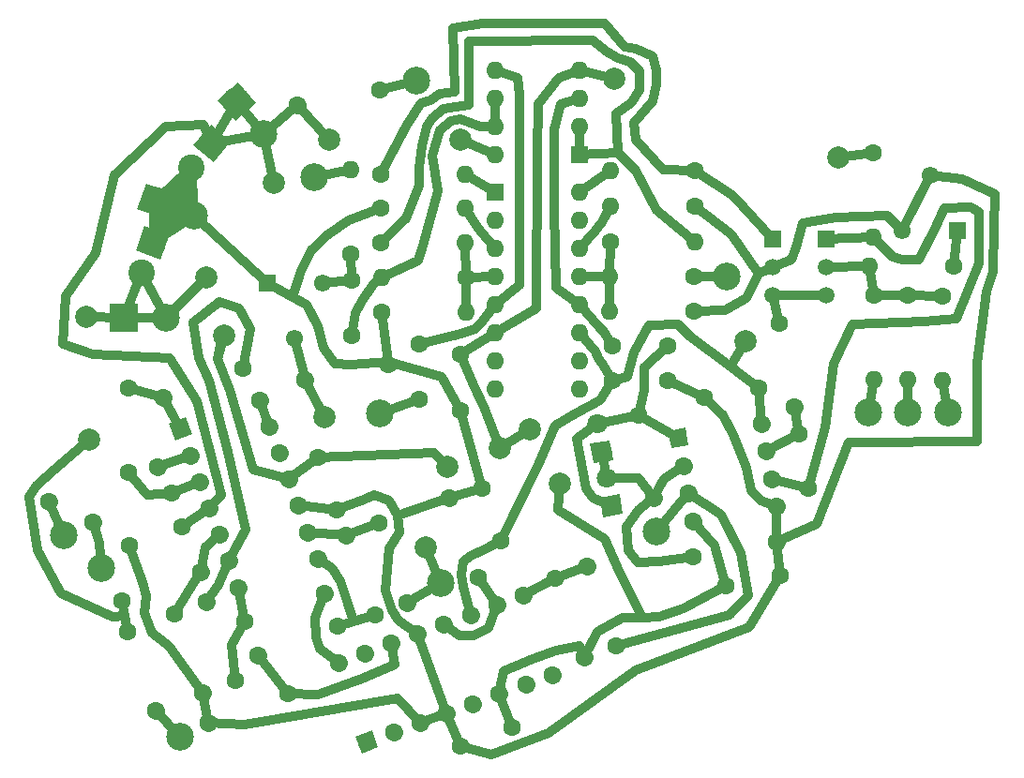
<source format=gbr>
G04 #@! TF.GenerationSoftware,KiCad,Pcbnew,(5.1.2-1)-1*
G04 #@! TF.CreationDate,2022-01-06T11:26:16-05:00*
G04 #@! TF.ProjectId,MS20_Filter_Clone,4d533230-5f46-4696-9c74-65725f436c6f,rev?*
G04 #@! TF.SameCoordinates,Original*
G04 #@! TF.FileFunction,Copper,L2,Bot*
G04 #@! TF.FilePolarity,Positive*
%FSLAX46Y46*%
G04 Gerber Fmt 4.6, Leading zero omitted, Abs format (unit mm)*
G04 Created by KiCad (PCBNEW (5.1.2-1)-1) date 2022-01-06 11:26:16*
%MOMM*%
%LPD*%
G04 APERTURE LIST*
%ADD10C,1.998980*%
%ADD11C,2.499360*%
%ADD12R,1.500000X1.500000*%
%ADD13C,1.500000*%
%ADD14C,1.600000*%
%ADD15C,2.400000*%
%ADD16C,0.100000*%
%ADD17C,1.800000*%
%ADD18R,2.499360X2.499360*%
%ADD19C,1.600000*%
%ADD20O,1.600000X1.600000*%
%ADD21C,1.550000*%
%ADD22R,1.550000X1.550000*%
%ADD23R,1.600000X1.600000*%
%ADD24C,0.812800*%
G04 APERTURE END LIST*
D10*
X35160000Y-28210000D03*
X77710000Y-42490000D03*
X40170000Y-24320000D03*
X52030000Y-24290000D03*
X86150000Y-25920000D03*
X65890000Y-18770000D03*
X18500000Y-51420000D03*
X18230000Y-40320000D03*
X29070000Y-36770000D03*
X30630000Y-41990000D03*
X39690000Y-49350000D03*
X48900000Y-61150000D03*
X61010000Y-55390000D03*
X58260000Y-50440000D03*
X55570000Y-52110000D03*
X50840000Y-53850000D03*
D11*
X26640000Y-78200000D03*
X16171947Y-60058077D03*
X48006026Y-18929523D03*
D12*
X80170000Y-33270000D03*
D13*
X80170000Y-38350000D03*
X80170000Y-35810000D03*
D12*
X84979999Y-33300001D03*
D13*
X84979999Y-38380001D03*
X84979999Y-35840001D03*
D14*
X83395550Y-55784887D03*
X82527309Y-50860848D03*
X42170000Y-37010000D03*
X42170000Y-42010000D03*
X65730000Y-42930000D03*
X70730000Y-42930000D03*
X48300000Y-47750000D03*
X48300000Y-42750000D03*
X22139892Y-60929471D03*
X26838355Y-59219370D03*
X55657931Y-60510351D03*
X53947830Y-55811888D03*
X74004755Y-47560635D03*
X78928794Y-46692394D03*
X65720000Y-46050000D03*
X70720000Y-46050000D03*
D15*
X29595517Y-24620431D03*
D16*
G36*
X29447609Y-22929833D02*
G01*
X31286115Y-24472523D01*
X29743425Y-26311029D01*
X27904919Y-24768339D01*
X29447609Y-22929833D01*
X29447609Y-22929833D01*
G37*
D15*
X27717935Y-26858047D03*
D14*
X75948203Y-64571595D03*
X80872242Y-63703354D03*
X51992225Y-79062954D03*
X56690688Y-77352853D03*
X39133301Y-53031049D03*
X40843402Y-57729512D03*
X52000000Y-48720000D03*
X52000000Y-43720000D03*
D15*
X23212853Y-36332063D03*
X24211894Y-33587220D03*
D16*
G36*
X23494687Y-32049165D02*
G01*
X25749949Y-32870013D01*
X24929101Y-35125275D01*
X22673839Y-34304427D01*
X23494687Y-32049165D01*
X23494687Y-32049165D01*
G37*
D17*
X65619986Y-57365595D03*
D16*
G36*
X66662596Y-58095639D02*
G01*
X64889942Y-58408205D01*
X64577376Y-56635551D01*
X66350030Y-56322985D01*
X66662596Y-58095639D01*
X66662596Y-58095639D01*
G37*
D17*
X65178920Y-54864183D03*
X64317625Y-49979537D03*
X64758691Y-52480949D03*
D16*
G36*
X65801301Y-53210993D02*
G01*
X64028647Y-53523559D01*
X63716081Y-51750905D01*
X65488735Y-51438339D01*
X65801301Y-53210993D01*
X65801301Y-53210993D01*
G37*
D11*
X95980000Y-48900001D03*
X92400000Y-48889999D03*
X76050000Y-36690000D03*
X38770000Y-27720000D03*
X88819999Y-48890001D03*
X44670000Y-49000000D03*
X31790000Y-20860000D03*
D16*
G36*
X30029411Y-20705968D02*
G01*
X31944032Y-19099411D01*
X33550589Y-21014032D01*
X31635968Y-22620589D01*
X30029411Y-20705968D01*
X30029411Y-20705968D01*
G37*
D11*
X34239021Y-23778629D03*
X19577434Y-63011441D03*
X27959999Y-31140000D03*
X24379770Y-29836903D03*
D16*
G36*
X22778039Y-30583802D02*
G01*
X23632871Y-28235172D01*
X25981501Y-29090004D01*
X25126669Y-31438634D01*
X22778039Y-30583802D01*
X22778039Y-30583802D01*
G37*
D18*
X21570000Y-40350000D03*
D11*
X25380000Y-40350000D03*
X69707670Y-59701260D03*
X50178347Y-64313858D03*
D14*
X80793157Y-40910816D03*
X82116356Y-48415051D03*
D19*
X82116356Y-48415051D02*
X82116356Y-48415051D01*
D14*
X65500000Y-33530000D03*
D20*
X73120000Y-33530000D03*
D14*
X95490000Y-38390001D03*
D20*
X95490000Y-46010001D03*
X44840000Y-36720000D03*
D14*
X52460000Y-36720000D03*
D20*
X65490000Y-36630000D03*
D14*
X73110000Y-36630000D03*
D20*
X52450000Y-33610000D03*
D14*
X44830000Y-33610000D03*
D20*
X92400000Y-46000001D03*
D14*
X92400000Y-38380001D03*
X42120000Y-34590000D03*
D20*
X42120000Y-26970000D03*
D14*
X73110000Y-39770000D03*
D20*
X65490000Y-39770000D03*
X65550000Y-30340000D03*
D14*
X73170000Y-30340000D03*
X73180000Y-27120000D03*
D20*
X65560000Y-27120000D03*
D14*
X96490001Y-35720000D03*
D20*
X88870001Y-35720000D03*
D14*
X44870000Y-39870000D03*
D20*
X52490000Y-39870000D03*
X52440000Y-30500000D03*
D14*
X44820000Y-30500000D03*
X44810000Y-27420000D03*
D20*
X52430000Y-27420000D03*
X89260000Y-33080000D03*
D14*
X89260000Y-25460000D03*
X89309997Y-38380000D03*
D20*
X89309997Y-46000000D03*
D14*
X37935765Y-45973199D03*
D19*
X37935765Y-45973199D02*
X37935765Y-45973199D01*
D14*
X45440000Y-44650000D03*
X69437567Y-56672144D03*
D19*
X69437567Y-56672144D02*
X69437567Y-56672144D01*
D14*
X68114368Y-49167909D03*
X73030133Y-61958615D03*
X80534368Y-60635416D03*
D19*
X80534368Y-60635416D02*
X80534368Y-60635416D01*
D14*
X24639372Y-53879429D03*
D19*
X24639372Y-53879429D02*
X24639372Y-53879429D01*
D14*
X22033179Y-46718971D03*
X31654207Y-73152524D03*
X29048014Y-65992066D03*
D19*
X29048014Y-65992066D02*
X29048014Y-65992066D01*
D14*
X32345615Y-44966205D03*
X25185157Y-47572398D03*
D19*
X25185157Y-47572398D02*
X25185157Y-47572398D01*
D14*
X18792757Y-58838136D03*
D19*
X18792757Y-58838136D02*
X18792757Y-58838136D01*
D14*
X25953215Y-56231943D03*
X32543738Y-67848410D03*
X39704196Y-65242217D03*
D19*
X39704196Y-65242217D02*
X39704196Y-65242217D01*
D14*
X63449502Y-62825071D03*
D19*
X63449502Y-62825071D02*
X63449502Y-62825071D01*
D14*
X66055695Y-69985529D03*
X28554261Y-63319781D03*
D19*
X28554261Y-63319781D02*
X28554261Y-63319781D01*
D14*
X21393803Y-65925974D03*
X28745442Y-74253795D03*
D19*
X28745442Y-74253795D02*
X28745442Y-74253795D01*
D14*
X26139249Y-67093337D03*
X63139226Y-71036395D03*
D19*
X63139226Y-71036395D02*
X63139226Y-71036395D01*
D14*
X60533033Y-63875937D03*
X44731206Y-19821744D03*
X37226971Y-21144943D03*
D19*
X37226971Y-21144943D02*
X37226971Y-21144943D01*
D14*
X40861018Y-68215894D03*
X33700560Y-70822087D03*
D19*
X33700560Y-70822087D02*
X33700560Y-70822087D01*
D14*
X36405630Y-74307070D03*
X29245172Y-76913263D03*
D19*
X29245172Y-76913263D02*
X29245172Y-76913263D01*
D14*
X14857035Y-56971670D03*
D19*
X14857035Y-56971670D02*
X14857035Y-56971670D01*
D14*
X22017493Y-54365477D03*
X51009943Y-56657714D03*
D19*
X51009943Y-56657714D02*
X51009943Y-56657714D01*
D14*
X53616136Y-63818172D03*
X41681352Y-60031760D03*
D19*
X41681352Y-60031760D02*
X41681352Y-60031760D01*
D14*
X44287545Y-67192218D03*
X21907610Y-68702538D03*
X24513803Y-75862996D03*
D19*
X24513803Y-75862996D02*
X24513803Y-75862996D01*
D14*
X44600375Y-58958681D03*
X47206568Y-66119139D03*
D19*
X47206568Y-66119139D02*
X47206568Y-66119139D01*
D21*
X94370000Y-27540001D03*
D22*
X96870000Y-32540001D03*
D21*
X91870000Y-32540001D03*
X39530000Y-37280000D03*
D22*
X34530000Y-37280000D03*
D21*
X37030000Y-42280000D03*
D14*
X71678417Y-51240507D03*
D16*
G36*
X71029489Y-52167272D02*
G01*
X70751652Y-50591579D01*
X72327345Y-50313742D01*
X72605182Y-51889435D01*
X71029489Y-52167272D01*
X71029489Y-52167272D01*
G37*
D14*
X80505851Y-57421543D03*
D19*
X80505851Y-57421543D02*
X80505851Y-57421543D01*
D14*
X72119483Y-53741919D03*
D19*
X72119483Y-53741919D02*
X72119483Y-53741919D01*
D14*
X80064785Y-54920131D03*
D19*
X80064785Y-54920131D02*
X80064785Y-54920131D01*
D14*
X72560550Y-56243330D03*
D19*
X72560550Y-56243330D02*
X72560550Y-56243330D01*
D14*
X79623718Y-52418720D03*
D19*
X79623718Y-52418720D02*
X79623718Y-52418720D01*
D14*
X73001616Y-58744742D03*
D19*
X73001616Y-58744742D02*
X73001616Y-58744742D01*
D14*
X79182652Y-49917308D03*
D19*
X79182652Y-49917308D02*
X79182652Y-49917308D01*
D20*
X62780000Y-29010000D03*
X55160000Y-46790000D03*
X62780000Y-31550000D03*
X55160000Y-44250000D03*
X62780000Y-34090000D03*
X55160000Y-41710000D03*
X62780000Y-36630000D03*
X55160000Y-39170000D03*
X62780000Y-39170000D03*
X55160000Y-36630000D03*
X62780000Y-41710000D03*
X55160000Y-34090000D03*
X62780000Y-44250000D03*
X55160000Y-31550000D03*
X62780000Y-46790000D03*
D23*
X55160000Y-29010000D03*
D20*
X55150000Y-25670000D03*
X62770000Y-18050000D03*
X55150000Y-23130000D03*
X62770000Y-20590000D03*
X55150000Y-20590000D03*
X62770000Y-23130000D03*
X55150000Y-18050000D03*
D23*
X62770000Y-25670000D03*
D14*
X26717857Y-50409270D03*
D16*
G36*
X26239719Y-51434640D02*
G01*
X25692487Y-49931132D01*
X27195995Y-49383900D01*
X27743227Y-50887408D01*
X26239719Y-51434640D01*
X26239719Y-51434640D01*
G37*
D14*
X39090702Y-62123992D03*
D19*
X39090702Y-62123992D02*
X39090702Y-62123992D01*
D14*
X27586588Y-52796089D03*
D19*
X27586588Y-52796089D02*
X27586588Y-52796089D01*
D14*
X38221971Y-59737173D03*
D19*
X38221971Y-59737173D02*
X38221971Y-59737173D01*
D14*
X28455319Y-55182909D03*
D19*
X28455319Y-55182909D02*
X28455319Y-55182909D01*
D14*
X37353239Y-57350354D03*
D19*
X37353239Y-57350354D02*
X37353239Y-57350354D01*
D14*
X29324050Y-57569728D03*
D19*
X29324050Y-57569728D02*
X29324050Y-57569728D01*
D14*
X36484508Y-54963534D03*
D19*
X36484508Y-54963534D02*
X36484508Y-54963534D01*
D14*
X30192782Y-59956547D03*
D19*
X30192782Y-59956547D02*
X30192782Y-59956547D01*
D14*
X35615777Y-52576715D03*
D19*
X35615777Y-52576715D02*
X35615777Y-52576715D01*
D14*
X31061513Y-62343366D03*
D19*
X31061513Y-62343366D02*
X31061513Y-62343366D01*
D14*
X34747046Y-50189896D03*
D19*
X34747046Y-50189896D02*
X34747046Y-50189896D01*
D14*
X31930244Y-64730186D03*
D19*
X31930244Y-64730186D02*
X31930244Y-64730186D01*
D14*
X33878315Y-47803077D03*
D19*
X33878315Y-47803077D02*
X33878315Y-47803077D01*
D14*
X43557898Y-78695505D03*
D16*
G36*
X44583268Y-79173643D02*
G01*
X43079760Y-79720875D01*
X42532528Y-78217367D01*
X44036036Y-77670135D01*
X44583268Y-79173643D01*
X44583268Y-79173643D01*
G37*
D14*
X57659439Y-65453929D03*
D19*
X57659439Y-65453929D02*
X57659439Y-65453929D01*
D14*
X45944717Y-77826774D03*
D19*
X45944717Y-77826774D02*
X45944717Y-77826774D01*
D14*
X55272620Y-66322660D03*
D19*
X55272620Y-66322660D02*
X55272620Y-66322660D01*
D14*
X48331537Y-76958043D03*
D19*
X48331537Y-76958043D02*
X48331537Y-76958043D01*
D14*
X52885801Y-67191391D03*
D19*
X52885801Y-67191391D02*
X52885801Y-67191391D01*
D14*
X50718356Y-76089312D03*
D19*
X50718356Y-76089312D02*
X50718356Y-76089312D01*
D14*
X50498982Y-68060123D03*
D19*
X50498982Y-68060123D02*
X50498982Y-68060123D01*
D14*
X53105175Y-75220580D03*
D19*
X53105175Y-75220580D02*
X53105175Y-75220580D01*
D14*
X48112162Y-68928854D03*
D19*
X48112162Y-68928854D02*
X48112162Y-68928854D01*
D14*
X55491994Y-74351849D03*
D19*
X55491994Y-74351849D02*
X55491994Y-74351849D01*
D14*
X45725343Y-69797585D03*
D19*
X45725343Y-69797585D02*
X45725343Y-69797585D01*
D14*
X57878814Y-73483118D03*
D19*
X57878814Y-73483118D02*
X57878814Y-73483118D01*
D14*
X43338524Y-70666316D03*
D19*
X43338524Y-70666316D02*
X43338524Y-70666316D01*
D14*
X60265633Y-72614387D03*
D19*
X60265633Y-72614387D02*
X60265633Y-72614387D01*
D14*
X40951705Y-71535047D03*
D19*
X40951705Y-71535047D02*
X40951705Y-71535047D01*
D24*
X84979999Y-33300001D02*
X89259998Y-33080001D01*
X83395550Y-55784886D02*
X80064785Y-54920130D01*
X83395550Y-55784887D02*
X84900000Y-50310000D01*
X84900000Y-50310000D02*
X85670000Y-44530000D01*
X85670000Y-44530000D02*
X87370000Y-40980000D01*
X87370000Y-40980000D02*
X93840000Y-40680000D01*
X93840000Y-40680000D02*
X96770000Y-40440000D01*
X96770000Y-40440000D02*
X98850000Y-35430000D01*
X98850000Y-35430000D02*
X98850000Y-30810000D01*
X94840000Y-32320000D02*
X93380000Y-35100000D01*
X93380000Y-35100000D02*
X91910000Y-35100000D01*
X91910000Y-35100000D02*
X90990000Y-34870000D01*
X90990000Y-34870000D02*
X89260000Y-33080000D01*
X95658582Y-30438582D02*
X98017062Y-30407062D01*
X98850000Y-30810000D02*
X98017062Y-30407062D01*
X95658582Y-30438582D02*
X94840000Y-32320000D01*
X79623718Y-52418718D02*
X82527309Y-50860848D01*
X82527309Y-50860848D02*
X82116358Y-48415051D01*
X39530000Y-37280000D02*
X42170000Y-37010000D01*
X42170000Y-37010000D02*
X42120000Y-34590000D01*
X42170000Y-42010000D02*
X42540000Y-39940000D01*
X42540000Y-39940000D02*
X43140000Y-38890000D01*
X43140000Y-38890000D02*
X44210000Y-37260000D01*
X44210000Y-37260000D02*
X44840000Y-36720000D01*
X55150000Y-23130000D02*
X55150000Y-20590000D01*
X49980000Y-28940000D02*
X48640000Y-33880000D01*
X48640000Y-33880000D02*
X48170434Y-35210434D01*
X48170434Y-35210434D02*
X44840000Y-36720000D01*
X49980000Y-28940000D02*
X49440000Y-25770000D01*
X49440000Y-25770000D02*
X50100000Y-23470000D01*
X50100000Y-23470000D02*
X51170000Y-22560000D01*
X51170000Y-22560000D02*
X52020000Y-22430000D01*
X52020000Y-22430000D02*
X53800000Y-23110000D01*
X53800000Y-23110000D02*
X55150000Y-23130000D01*
X62780000Y-39170000D02*
X64520000Y-41210000D01*
X64520000Y-41210000D02*
X64950000Y-41690000D01*
X64950000Y-41690000D02*
X65730000Y-42930000D01*
X62770000Y-20590000D02*
X61030000Y-21060000D01*
X61030000Y-21060000D02*
X60480000Y-23350000D01*
X60480000Y-23350000D02*
X60480000Y-30650000D01*
X60480000Y-30650000D02*
X60620000Y-37700000D01*
X60620000Y-37700000D02*
X62780000Y-39170000D01*
X71678417Y-51240507D02*
X68114368Y-49167909D01*
X68114368Y-49167909D02*
X64317624Y-49979537D01*
X62512975Y-51262401D02*
X64317624Y-49979537D01*
X63947694Y-56634884D02*
X63306547Y-55762972D01*
X63306547Y-55762972D02*
X62512975Y-51262401D01*
X65619986Y-57365595D02*
X63947694Y-56634884D01*
X68114368Y-49167909D02*
X68610000Y-46860000D01*
X68610000Y-46860000D02*
X68630000Y-44890000D01*
X68630000Y-44890000D02*
X70730000Y-42930000D01*
X44670000Y-49000000D02*
X48300000Y-47750000D01*
X48300000Y-42750000D02*
X51750000Y-41880000D01*
X51750000Y-41880000D02*
X53340000Y-41410000D01*
X53340000Y-41410000D02*
X54050000Y-40640000D01*
X54050000Y-40640000D02*
X55160000Y-39170000D01*
X55160000Y-39170000D02*
X57350000Y-37450000D01*
X57350000Y-37450000D02*
X57350000Y-20200000D01*
X57350000Y-20200000D02*
X57140000Y-18670000D01*
X57140000Y-18670000D02*
X55150000Y-18050000D01*
X40843402Y-57729512D02*
X37353239Y-57350352D01*
X48112162Y-68928853D02*
X50718356Y-76089311D01*
X48331536Y-76958042D02*
X50718356Y-76089311D01*
X29245172Y-76913263D02*
X28745444Y-74253795D01*
X28745444Y-74253795D02*
X25696695Y-69999992D01*
X25696695Y-69999992D02*
X24156809Y-68868422D01*
X24156809Y-68868422D02*
X23479609Y-67007831D01*
X23479609Y-67007831D02*
X23663713Y-65525466D01*
X23663713Y-65525466D02*
X23325009Y-64244029D01*
X23325009Y-64244029D02*
X22401555Y-61706859D01*
X22401555Y-61706859D02*
X22139893Y-60929471D01*
X48112162Y-68928853D02*
X46371486Y-67742663D01*
X46371486Y-67742663D02*
X45836379Y-66798756D01*
X45836379Y-66798756D02*
X45212175Y-65025294D01*
X45212175Y-65025294D02*
X45552780Y-61166059D01*
X45552780Y-61166059D02*
X46463972Y-59780877D01*
X46463972Y-59780877D02*
X46297764Y-58213180D01*
X46297764Y-58213180D02*
X45536130Y-56851558D01*
X45536130Y-56851558D02*
X44217728Y-56416224D01*
X44217728Y-56416224D02*
X43256685Y-56787299D01*
X43256685Y-56787299D02*
X41696795Y-57355052D01*
X41696795Y-57355052D02*
X40843402Y-57729512D01*
X91870001Y-32540000D02*
X94370000Y-27539998D01*
X51992225Y-79062954D02*
X50718356Y-76089311D01*
X53947829Y-55811887D02*
X51009943Y-56657714D01*
X52000000Y-48720000D02*
X50270000Y-45740000D01*
X50270000Y-45740000D02*
X45440000Y-44390000D01*
X45440000Y-44390000D02*
X44870000Y-39870000D01*
X38110000Y-39200000D02*
X39100000Y-41170000D01*
X39100000Y-41170000D02*
X39620000Y-43100000D01*
X39620000Y-43100000D02*
X40650000Y-44550000D01*
X40650000Y-44550000D02*
X42110000Y-44590000D01*
X42110000Y-44590000D02*
X45440000Y-44390000D01*
X44820000Y-30500000D02*
X41930000Y-31590000D01*
X41930000Y-31590000D02*
X40020000Y-32850000D01*
X40020000Y-32850000D02*
X38500000Y-34310000D01*
X38500000Y-34310000D02*
X37570000Y-36150000D01*
X37570000Y-36150000D02*
X36853745Y-38526255D01*
X36853745Y-38526255D02*
X38110000Y-39200000D01*
X34530000Y-37280000D02*
X36853745Y-38526255D01*
X80534368Y-60635416D02*
X80505851Y-57421543D01*
X80872242Y-63703354D02*
X80534368Y-60635416D01*
X80505851Y-57421543D02*
X79121436Y-56883773D01*
X79121436Y-56883773D02*
X78275811Y-55946373D01*
X78275811Y-55946373D02*
X77834673Y-53962842D01*
X77834673Y-53962842D02*
X76670154Y-50928967D01*
X76670154Y-50928967D02*
X75697196Y-49211832D01*
X75697196Y-49211832D02*
X74004756Y-47560636D01*
X53947830Y-55811888D02*
X52000000Y-48720000D01*
X73110000Y-39770000D02*
X75880000Y-39730000D01*
X75880000Y-39730000D02*
X77820000Y-38570000D01*
X77820000Y-38570000D02*
X78920000Y-36440000D01*
X78920000Y-36440000D02*
X80170000Y-35810000D01*
X73170000Y-30340000D02*
X76420000Y-32820000D01*
X76420000Y-32820000D02*
X78920000Y-36440000D01*
X91870000Y-32540001D02*
X90490000Y-31110000D01*
X90490000Y-31110000D02*
X85820000Y-31340000D01*
X85820000Y-31340000D02*
X82920000Y-31790000D01*
X82920000Y-31790000D02*
X82280000Y-34010000D01*
X82280000Y-34010000D02*
X81920000Y-35140000D01*
X81920000Y-35140000D02*
X80170000Y-35810000D01*
X48331537Y-76958043D02*
X46360000Y-74740000D01*
X46360000Y-74740000D02*
X32520000Y-77100000D01*
X32520000Y-77100000D02*
X29245172Y-76913263D01*
X51992225Y-79062954D02*
X54750000Y-79870000D01*
X54750000Y-79870000D02*
X59960000Y-77910000D01*
X59960000Y-77910000D02*
X67860000Y-72210000D01*
X67860000Y-72210000D02*
X78030000Y-68310000D01*
X78030000Y-68310000D02*
X80872242Y-63703354D01*
X51009943Y-56657714D02*
X46297764Y-58213180D01*
X34530000Y-37280000D02*
X27959999Y-31140000D01*
X24379770Y-29836903D02*
X24211894Y-33587220D01*
X24211894Y-33587220D02*
X27959999Y-31140000D01*
X24991338Y-32138662D02*
X25090000Y-32510000D01*
X24379770Y-29836903D02*
X24991338Y-32138662D01*
X27959999Y-31140000D02*
X25570000Y-31200000D01*
X24211894Y-33587220D02*
X25965821Y-30414179D01*
X27959999Y-31140000D02*
X25965821Y-30414179D01*
X25984712Y-28404712D02*
X24379770Y-29836903D01*
X27959999Y-31140000D02*
X25984712Y-28404712D01*
X27860477Y-29379523D02*
X27717935Y-26858047D01*
X27959999Y-31140000D02*
X27860477Y-29379523D01*
X26703390Y-27763390D02*
X25984712Y-28404712D01*
X27717935Y-26858047D02*
X26703390Y-27763390D01*
X27959999Y-31140000D02*
X27366034Y-29543966D01*
X27366034Y-29543966D02*
X27717935Y-26858047D01*
X27062270Y-28727730D02*
X25965821Y-30414179D01*
X27062270Y-28727730D02*
X26703390Y-27763390D01*
X27173469Y-29026531D02*
X27062270Y-28727730D01*
X26483203Y-31636797D02*
X27173469Y-29026531D01*
X27366034Y-29543966D02*
X27173469Y-29026531D01*
X27959999Y-31140000D02*
X26483203Y-31636797D01*
X26483203Y-31636797D02*
X24991338Y-32138662D01*
X26511515Y-28678485D02*
X25415956Y-30214044D01*
X25415956Y-30214044D02*
X24379770Y-29836903D01*
X25984712Y-28404712D02*
X26511515Y-28678485D01*
X25965821Y-30414179D02*
X25415956Y-30214044D01*
X26511515Y-28678485D02*
X27860477Y-29379523D01*
X74004755Y-47560635D02*
X70720000Y-46050000D01*
X80534368Y-60635416D02*
X84190000Y-59000000D01*
X84190000Y-59000000D02*
X87030000Y-51680000D01*
X87030000Y-51680000D02*
X98610000Y-51570000D01*
X98610000Y-51570000D02*
X98610000Y-44470000D01*
X98610000Y-44470000D02*
X99490000Y-38020000D01*
X100250000Y-29170000D02*
X97300000Y-27860000D01*
X97300000Y-27860000D02*
X94370000Y-27540001D01*
X100250000Y-29170000D02*
X100170000Y-32290000D01*
X100170000Y-32290000D02*
X100050000Y-36270000D01*
X100050000Y-36270000D02*
X99490000Y-38020000D01*
X26838355Y-59219370D02*
X29324050Y-57569727D01*
X52885800Y-67191391D02*
X52207564Y-64713954D01*
X52207564Y-64713954D02*
X52036347Y-63541826D01*
X52036347Y-63541826D02*
X52266676Y-62361890D01*
X52266676Y-62361890D02*
X52958559Y-61865303D01*
X52958559Y-61865303D02*
X54196362Y-61319004D01*
X54196362Y-61319004D02*
X55657931Y-60510351D01*
X62780000Y-41710000D02*
X64220000Y-43440000D01*
X64220000Y-43440000D02*
X64480000Y-44060000D01*
X64480000Y-44060000D02*
X64840000Y-44630000D01*
X64840000Y-44630000D02*
X65720000Y-46050000D01*
X79182651Y-49917307D02*
X78928794Y-46692394D01*
X55657931Y-60510351D02*
X59040000Y-53660000D01*
X59040000Y-53660000D02*
X60570000Y-50130000D01*
X60570000Y-50130000D02*
X62440000Y-48990000D01*
X62440000Y-48990000D02*
X64600000Y-47840000D01*
X64600000Y-47840000D02*
X65720000Y-46050000D01*
X34239021Y-23778629D02*
X29595517Y-24620431D01*
X29595517Y-24620431D02*
X31790000Y-20860000D01*
X31790000Y-20860000D02*
X34239021Y-23778629D01*
X34239021Y-23778629D02*
X37226971Y-21144943D01*
X29324050Y-57569728D02*
X30410000Y-56390000D01*
X30410000Y-56390000D02*
X28240000Y-47900000D01*
X28240000Y-47900000D02*
X25760000Y-44060000D01*
X19090000Y-34550000D02*
X20780000Y-27490000D01*
X20780000Y-27490000D02*
X25440000Y-23110000D01*
X25440000Y-23110000D02*
X28830000Y-22970000D01*
X28830000Y-22970000D02*
X29595517Y-24620431D01*
X72750000Y-42060000D02*
X71650000Y-40960000D01*
X71650000Y-40960000D02*
X69040000Y-41050000D01*
X69040000Y-41050000D02*
X67620000Y-43520000D01*
X67620000Y-43520000D02*
X67090000Y-45690000D01*
X67090000Y-45690000D02*
X65720000Y-46050000D01*
X19090000Y-34550000D02*
X16390000Y-38470000D01*
X16390000Y-38470000D02*
X16100000Y-42760000D01*
X16100000Y-42760000D02*
X18820000Y-43690000D01*
X18820000Y-43690000D02*
X25760000Y-44060000D01*
X40170000Y-24320000D02*
X37226971Y-21144943D01*
X52030000Y-24290000D02*
X55150000Y-25670000D01*
X35160000Y-28210000D02*
X34239021Y-23778629D01*
X76384857Y-44785143D02*
X77710000Y-42490000D01*
X78928794Y-46692394D02*
X76384857Y-44785143D01*
X76384857Y-44785143D02*
X72750000Y-42060000D01*
X36484508Y-54963534D02*
X39133302Y-53031050D01*
X56690689Y-77352853D02*
X55491994Y-74351848D01*
X55491994Y-74351848D02*
X55928813Y-72277339D01*
X55928813Y-72277339D02*
X58543681Y-71187263D01*
X58543681Y-71187263D02*
X60592211Y-70441659D01*
X60592211Y-70441659D02*
X62770708Y-70053138D01*
X62770708Y-70053138D02*
X63139227Y-71036394D01*
X52000000Y-43720000D02*
X55160000Y-41710000D01*
X73001616Y-58744741D02*
X74930908Y-60932967D01*
X74930908Y-60932967D02*
X75948203Y-64571594D01*
X63139226Y-71036395D02*
X64390000Y-68720000D01*
X64390000Y-68720000D02*
X66620000Y-67500000D01*
X69950000Y-67380000D02*
X72180000Y-66660000D01*
X72180000Y-66660000D02*
X75948203Y-64571595D01*
X39133301Y-53031049D02*
X49640000Y-52590000D01*
X50840000Y-53850000D02*
X49640000Y-52590000D01*
X55570000Y-52110000D02*
X54100000Y-48420000D01*
X54100000Y-48420000D02*
X53150000Y-46490000D01*
X53150000Y-46490000D02*
X52000000Y-43720000D01*
X55160000Y-41710000D02*
X58880000Y-39550000D01*
X58880000Y-39550000D02*
X58950000Y-25440000D01*
X58950000Y-25440000D02*
X59020000Y-21050000D01*
X59020000Y-21050000D02*
X60900000Y-18710000D01*
X60900000Y-18710000D02*
X62770000Y-18050000D01*
X68414672Y-67435328D02*
X66310000Y-63240000D01*
X66620000Y-67500000D02*
X68414672Y-67435328D01*
X68414672Y-67435328D02*
X69950000Y-67380000D01*
X66310000Y-63240000D02*
X65010000Y-60340000D01*
X65010000Y-60340000D02*
X60810000Y-57740000D01*
X60810000Y-57740000D02*
X61010000Y-55390000D01*
X58260000Y-50440000D02*
X55570000Y-52110000D01*
X25380000Y-40350000D02*
X23212853Y-36332063D01*
X23212853Y-36332063D02*
X21570000Y-40350000D01*
X21570000Y-40350000D02*
X25380000Y-40350000D01*
X36484508Y-54963534D02*
X33320000Y-54100000D01*
X33320000Y-54100000D02*
X31150000Y-46900000D01*
X31150000Y-46900000D02*
X30040000Y-44140000D01*
X30040000Y-44140000D02*
X30460000Y-41870000D01*
X25380000Y-40350000D02*
X29070000Y-36770000D01*
X30630000Y-41990000D02*
X30040000Y-44140000D01*
X18230000Y-40320000D02*
X21570000Y-40350000D01*
X18500000Y-51420000D02*
X15320000Y-54070000D01*
X15320000Y-54070000D02*
X13740000Y-55500000D01*
X13740000Y-55500000D02*
X13030000Y-56570000D01*
X13030000Y-56570000D02*
X13810000Y-61370000D01*
X13810000Y-61370000D02*
X15960000Y-65300000D01*
X15960000Y-65300000D02*
X20540000Y-67380000D01*
X20540000Y-67380000D02*
X21643685Y-67276315D01*
X21643685Y-67276315D02*
X21393803Y-65925974D01*
X21907610Y-68702538D02*
X21643685Y-67276315D01*
X86150000Y-25920000D02*
X89260000Y-25460000D01*
X65890000Y-18770000D02*
X62770000Y-18050000D01*
X64758691Y-52480949D02*
X65178920Y-54864185D01*
X65178920Y-54864185D02*
X68103727Y-54866329D01*
X68103727Y-54866329D02*
X69437567Y-56672144D01*
X69437567Y-56672144D02*
X70356557Y-54915882D01*
X70356557Y-54915882D02*
X72119483Y-53741917D01*
X73030133Y-61958615D02*
X69979560Y-62394971D01*
X69979560Y-62394971D02*
X68017509Y-62497231D01*
X68017509Y-62497231D02*
X67126141Y-61415582D01*
X67126141Y-61415582D02*
X66996097Y-59295963D01*
X66996097Y-59295963D02*
X68095801Y-57700766D01*
X68095801Y-57700766D02*
X69437567Y-56672144D01*
X95489999Y-46010001D02*
X95980000Y-48900001D01*
X92400000Y-48889999D02*
X92400001Y-45999999D01*
X76050000Y-36690000D02*
X73110000Y-36630000D01*
X38770000Y-27720000D02*
X42120000Y-26970000D01*
X88819999Y-48890001D02*
X89309999Y-46000000D01*
X19577434Y-63011441D02*
X19410155Y-60709852D01*
X19410155Y-60709852D02*
X18792757Y-58838136D01*
X69707670Y-59701260D02*
X72560550Y-56243329D01*
X66055695Y-69985529D02*
X76260000Y-67250000D01*
X76260000Y-67250000D02*
X77990000Y-65400000D01*
X77990000Y-65400000D02*
X77270000Y-61650000D01*
X77270000Y-61650000D02*
X75510000Y-58160000D01*
X75510000Y-58160000D02*
X72560550Y-56243330D01*
X47206569Y-66119138D02*
X50178347Y-64313858D01*
X37935765Y-45713199D02*
X37030000Y-42280000D01*
X50178347Y-64313858D02*
X48900000Y-61150000D01*
X37935765Y-45973199D02*
X39690000Y-49350000D01*
X84980002Y-38380000D02*
X80170002Y-38349998D01*
X80170000Y-38350000D02*
X80793157Y-40910816D01*
X95490000Y-38390001D02*
X92400000Y-38380001D01*
X92400000Y-38380001D02*
X89309997Y-38380000D01*
X89309997Y-38380000D02*
X88870000Y-35719999D01*
X88870000Y-35719999D02*
X84980001Y-35840000D01*
X80170000Y-33270000D02*
X76610000Y-29410000D01*
X76610000Y-29410000D02*
X73180000Y-27120000D01*
X51470000Y-20010000D02*
X51340000Y-14240000D01*
X51340000Y-14240000D02*
X54050000Y-13760000D01*
X54050000Y-13760000D02*
X65030000Y-13830000D01*
X65030000Y-13830000D02*
X66770000Y-15910000D01*
X67810000Y-24250000D02*
X70240000Y-26960000D01*
X70240000Y-26960000D02*
X73180000Y-27120000D01*
X67810000Y-24250000D02*
X67650000Y-22740000D01*
X67650000Y-22740000D02*
X69310000Y-20800000D01*
X69310000Y-20800000D02*
X69690000Y-19280000D01*
X69690000Y-19280000D02*
X69690000Y-18000000D01*
X69690000Y-18000000D02*
X69340000Y-16790000D01*
X69340000Y-16790000D02*
X67820000Y-16070000D01*
X67820000Y-16070000D02*
X66770000Y-15910000D01*
X44810000Y-27420000D02*
X47160000Y-22920000D01*
X47160000Y-22920000D02*
X48420000Y-21000000D01*
X48420000Y-21000000D02*
X49250000Y-20700000D01*
X49250000Y-20700000D02*
X50150000Y-20180000D01*
X50150000Y-20180000D02*
X51470000Y-20010000D01*
X65490000Y-36630000D02*
X62780000Y-36630000D01*
X65490000Y-36630000D02*
X65500000Y-33530000D01*
X65490000Y-36630000D02*
X65490000Y-39770000D01*
X73120000Y-33530000D02*
X69650000Y-30610000D01*
X69650000Y-30610000D02*
X67830000Y-27090000D01*
X67830000Y-27090000D02*
X66200000Y-25460000D01*
X66200000Y-25460000D02*
X62770000Y-25670000D01*
X62770000Y-25670000D02*
X62770000Y-23130000D01*
X44830000Y-33610000D02*
X47100000Y-31410000D01*
X52730000Y-21120000D02*
X52730000Y-15420000D01*
X52730000Y-15420000D02*
X63920000Y-15280000D01*
X63920000Y-15280000D02*
X65170000Y-16330000D01*
X65170000Y-16330000D02*
X66200000Y-16930000D01*
X66200000Y-16930000D02*
X67300000Y-17280000D01*
X67300000Y-17280000D02*
X68170000Y-18070000D01*
X68170000Y-18070000D02*
X68170000Y-19770000D01*
X68170000Y-19770000D02*
X67410000Y-20980000D01*
X67410000Y-20980000D02*
X66040598Y-21889402D01*
X66040598Y-21889402D02*
X66200000Y-25460000D01*
X52730000Y-21120000D02*
X51600000Y-21300000D01*
X51600000Y-21300000D02*
X50430000Y-21470000D01*
X50430000Y-21470000D02*
X49470000Y-22320000D01*
X49470000Y-22320000D02*
X48940000Y-23140000D01*
X48940000Y-23140000D02*
X48480000Y-24920000D01*
X48480000Y-24920000D02*
X48230000Y-26790000D01*
X48230000Y-26790000D02*
X48260000Y-28460000D01*
X48260000Y-28460000D02*
X47100000Y-31410000D01*
X52490000Y-39870000D02*
X52460000Y-36720000D01*
X55160000Y-36630000D02*
X52460000Y-36720000D01*
X52460000Y-36720000D02*
X52450000Y-33610000D01*
X62780000Y-34090000D02*
X64180000Y-32510000D01*
X64180000Y-32510000D02*
X64800000Y-31770000D01*
X64800000Y-31770000D02*
X65550000Y-30340000D01*
X62780000Y-29010000D02*
X65560000Y-27120000D01*
X96870000Y-32540001D02*
X96490001Y-35720000D01*
X55160000Y-34090000D02*
X53750000Y-32510000D01*
X53750000Y-32510000D02*
X53380000Y-31920000D01*
X53380000Y-31920000D02*
X52440000Y-30500000D01*
X55160000Y-29010000D02*
X52430000Y-27420000D01*
X24639374Y-53879429D02*
X27586587Y-52796088D01*
X26717857Y-50409270D02*
X25185157Y-47572400D01*
X25185157Y-47572400D02*
X22033179Y-46718971D01*
X31654207Y-73152524D02*
X31345698Y-69965861D01*
X31345698Y-69965861D02*
X32543738Y-67848410D01*
X32543738Y-67848410D02*
X31930243Y-64730185D01*
X29048013Y-65992067D02*
X30165073Y-64500027D01*
X30165073Y-64500027D02*
X31061513Y-62343365D01*
X31061513Y-62343366D02*
X32620000Y-59550000D01*
X32620000Y-59550000D02*
X30960000Y-52510000D01*
X30960000Y-52510000D02*
X29340000Y-46040000D01*
X29340000Y-46040000D02*
X28410000Y-44020000D01*
X28410000Y-44020000D02*
X27870000Y-40770000D01*
X27870000Y-40770000D02*
X30220000Y-38900000D01*
X30220000Y-38900000D02*
X32030000Y-39490000D01*
X32030000Y-39490000D02*
X33040000Y-41400000D01*
X33040000Y-41400000D02*
X32345615Y-44966205D01*
X28455319Y-55182908D02*
X25953215Y-56231943D01*
X25953215Y-56231943D02*
X23723380Y-56362462D01*
X23723380Y-56362462D02*
X22017493Y-54365477D01*
X40951703Y-71535047D02*
X39284476Y-70258274D01*
X39284476Y-70258274D02*
X38915094Y-69243405D01*
X38915094Y-69243405D02*
X38834254Y-67442443D01*
X38834254Y-67442443D02*
X39704195Y-65242216D01*
X60533033Y-63875937D02*
X57659439Y-65453928D01*
X60533033Y-63875937D02*
X63449500Y-62825071D01*
X26139249Y-67093337D02*
X27521808Y-64898085D01*
X27521808Y-64898085D02*
X28554261Y-63319781D01*
X28554261Y-63319781D02*
X28944061Y-61145326D01*
X28944061Y-61145326D02*
X30192782Y-59956546D01*
X39090701Y-62123992D02*
X40411798Y-63005299D01*
X40411798Y-63005299D02*
X41156297Y-64202889D01*
X41156297Y-64202889D02*
X41693269Y-65678206D01*
X41693269Y-65678206D02*
X42320466Y-67779883D01*
X42320466Y-67779883D02*
X44287545Y-67192218D01*
X40861018Y-68215894D02*
X42320466Y-67779883D01*
X36405630Y-74307070D02*
X33700560Y-70822087D01*
X36405630Y-74307070D02*
X39097746Y-74423323D01*
X39097746Y-74423323D02*
X43063248Y-72979997D01*
X43063248Y-72979997D02*
X46056549Y-71730898D01*
X46056549Y-71730898D02*
X45725343Y-69797584D01*
X50498981Y-68060123D02*
X51915809Y-69087496D01*
X51915809Y-69087496D02*
X53187088Y-69071744D01*
X53187088Y-69071744D02*
X54520554Y-68437417D01*
X54520554Y-68437417D02*
X55272620Y-66322660D01*
X55272620Y-66322660D02*
X53616136Y-63818172D01*
X44600375Y-58958681D02*
X41681352Y-60031759D01*
X41681352Y-60031759D02*
X38221970Y-59737172D01*
X33878314Y-47803075D02*
X34747046Y-50189895D01*
X48006026Y-18929523D02*
X44731206Y-19821744D01*
X16171947Y-60058077D02*
X14857035Y-56971670D01*
X26640000Y-78200000D02*
X24513803Y-75862996D01*
M02*

</source>
